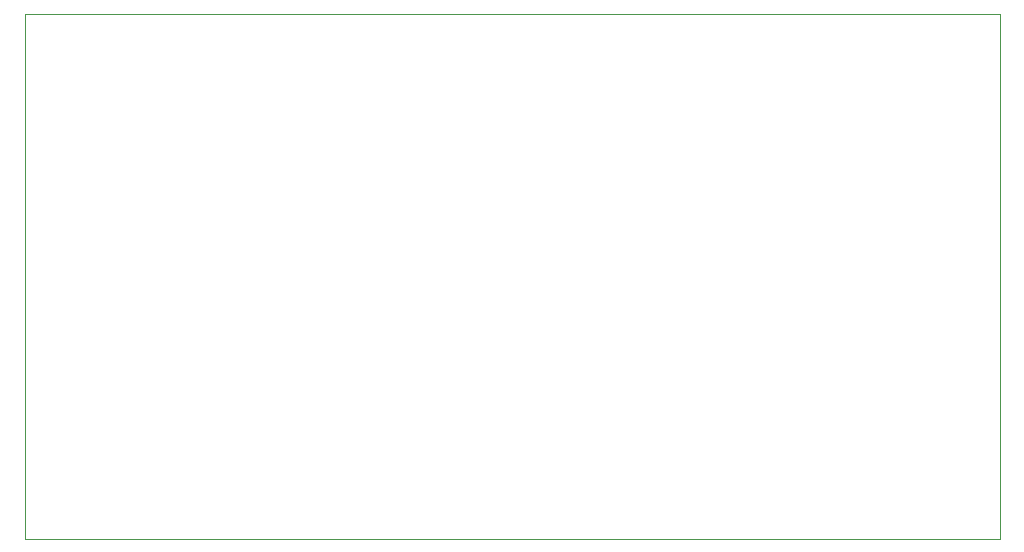
<source format=gm1>
%TF.GenerationSoftware,KiCad,Pcbnew,(6.0.2-0)*%
%TF.CreationDate,2022-08-31T15:30:50-04:00*%
%TF.ProjectId,LED Driver,4c454420-4472-4697-9665-722e6b696361,rev?*%
%TF.SameCoordinates,Original*%
%TF.FileFunction,Profile,NP*%
%FSLAX46Y46*%
G04 Gerber Fmt 4.6, Leading zero omitted, Abs format (unit mm)*
G04 Created by KiCad (PCBNEW (6.0.2-0)) date 2022-08-31 15:30:50*
%MOMM*%
%LPD*%
G01*
G04 APERTURE LIST*
%TA.AperFunction,Profile*%
%ADD10C,0.050000*%
%TD*%
G04 APERTURE END LIST*
D10*
X88900000Y-101600000D02*
X171450000Y-101600000D01*
X171450000Y-101600000D02*
X171450000Y-146050000D01*
X171450000Y-146050000D02*
X88900000Y-146050000D01*
X88900000Y-146050000D02*
X88900000Y-101600000D01*
M02*

</source>
